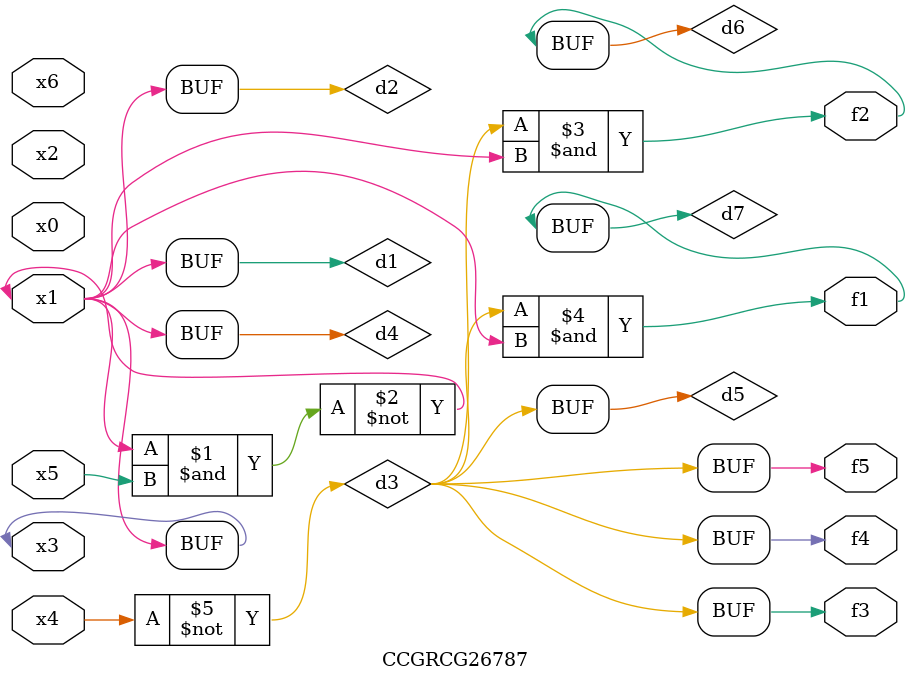
<source format=v>
module CCGRCG26787(
	input x0, x1, x2, x3, x4, x5, x6,
	output f1, f2, f3, f4, f5
);

	wire d1, d2, d3, d4, d5, d6, d7;

	buf (d1, x1, x3);
	nand (d2, x1, x5);
	not (d3, x4);
	buf (d4, d1, d2);
	buf (d5, d3);
	and (d6, d3, d4);
	and (d7, d3, d4);
	assign f1 = d7;
	assign f2 = d6;
	assign f3 = d5;
	assign f4 = d5;
	assign f5 = d5;
endmodule

</source>
